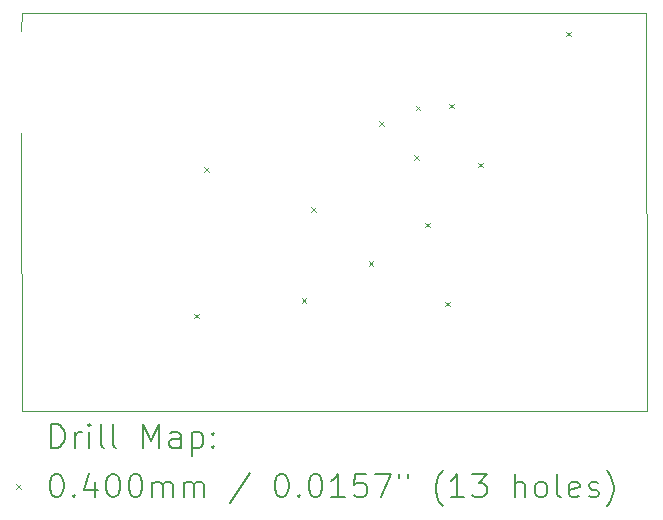
<source format=gbr>
%TF.GenerationSoftware,KiCad,Pcbnew,(6.0.7)*%
%TF.CreationDate,2022-11-19T01:08:10-05:00*%
%TF.ProjectId,picopilotv1,7069636f-7069-46c6-9f74-76312e6b6963,rev?*%
%TF.SameCoordinates,Original*%
%TF.FileFunction,Drillmap*%
%TF.FilePolarity,Positive*%
%FSLAX45Y45*%
G04 Gerber Fmt 4.5, Leading zero omitted, Abs format (unit mm)*
G04 Created by KiCad (PCBNEW (6.0.7)) date 2022-11-19 01:08:10*
%MOMM*%
%LPD*%
G01*
G04 APERTURE LIST*
%ADD10C,0.100000*%
%ADD11C,0.200000*%
%ADD12C,0.040000*%
G04 APERTURE END LIST*
D10*
X8585200Y-8178800D02*
X13868400Y-8178800D01*
X13878560Y-11544300D02*
X13868400Y-8178800D01*
X8585200Y-11544300D02*
X13878560Y-11544300D01*
X8585200Y-8178800D02*
X8583700Y-8333000D01*
X8583700Y-9193000D02*
X8585200Y-11544300D01*
D11*
D12*
X10044199Y-10724668D02*
X10084199Y-10764668D01*
X10084199Y-10724668D02*
X10044199Y-10764668D01*
X10129840Y-9484680D02*
X10169840Y-9524680D01*
X10169840Y-9484680D02*
X10129840Y-9524680D01*
X10957880Y-10592120D02*
X10997880Y-10632120D01*
X10997880Y-10592120D02*
X10957880Y-10632120D01*
X11039160Y-9819960D02*
X11079160Y-9859960D01*
X11079160Y-9819960D02*
X11039160Y-9859960D01*
X11524300Y-10279700D02*
X11564300Y-10319700D01*
X11564300Y-10279700D02*
X11524300Y-10319700D01*
X11613200Y-9093520D02*
X11653200Y-9133520D01*
X11653200Y-9093520D02*
X11613200Y-9133520D01*
X11911088Y-9381924D02*
X11951088Y-9421924D01*
X11951088Y-9381924D02*
X11911088Y-9421924D01*
X11923080Y-8961440D02*
X11963080Y-9001440D01*
X11963080Y-8961440D02*
X11923080Y-9001440D01*
X12004360Y-9952040D02*
X12044360Y-9992040D01*
X12044360Y-9952040D02*
X12004360Y-9992040D01*
X12172000Y-10622600D02*
X12212000Y-10662600D01*
X12212000Y-10622600D02*
X12172000Y-10662600D01*
X12207560Y-8946200D02*
X12247560Y-8986200D01*
X12247560Y-8946200D02*
X12207560Y-8986200D01*
X12452738Y-9445378D02*
X12492738Y-9485378D01*
X12492738Y-9445378D02*
X12452738Y-9485378D01*
X13198160Y-8336600D02*
X13238160Y-8376600D01*
X13238160Y-8336600D02*
X13198160Y-8376600D01*
D11*
X8836319Y-11859776D02*
X8836319Y-11659776D01*
X8883938Y-11659776D01*
X8912510Y-11669300D01*
X8931557Y-11688348D01*
X8941081Y-11707395D01*
X8950605Y-11745490D01*
X8950605Y-11774062D01*
X8941081Y-11812157D01*
X8931557Y-11831205D01*
X8912510Y-11850252D01*
X8883938Y-11859776D01*
X8836319Y-11859776D01*
X9036319Y-11859776D02*
X9036319Y-11726443D01*
X9036319Y-11764538D02*
X9045843Y-11745490D01*
X9055367Y-11735967D01*
X9074414Y-11726443D01*
X9093462Y-11726443D01*
X9160129Y-11859776D02*
X9160129Y-11726443D01*
X9160129Y-11659776D02*
X9150605Y-11669300D01*
X9160129Y-11678824D01*
X9169652Y-11669300D01*
X9160129Y-11659776D01*
X9160129Y-11678824D01*
X9283938Y-11859776D02*
X9264890Y-11850252D01*
X9255367Y-11831205D01*
X9255367Y-11659776D01*
X9388700Y-11859776D02*
X9369652Y-11850252D01*
X9360129Y-11831205D01*
X9360129Y-11659776D01*
X9617271Y-11859776D02*
X9617271Y-11659776D01*
X9683938Y-11802633D01*
X9750605Y-11659776D01*
X9750605Y-11859776D01*
X9931557Y-11859776D02*
X9931557Y-11755014D01*
X9922033Y-11735967D01*
X9902986Y-11726443D01*
X9864890Y-11726443D01*
X9845843Y-11735967D01*
X9931557Y-11850252D02*
X9912510Y-11859776D01*
X9864890Y-11859776D01*
X9845843Y-11850252D01*
X9836319Y-11831205D01*
X9836319Y-11812157D01*
X9845843Y-11793109D01*
X9864890Y-11783586D01*
X9912510Y-11783586D01*
X9931557Y-11774062D01*
X10026795Y-11726443D02*
X10026795Y-11926443D01*
X10026795Y-11735967D02*
X10045843Y-11726443D01*
X10083938Y-11726443D01*
X10102986Y-11735967D01*
X10112510Y-11745490D01*
X10122033Y-11764538D01*
X10122033Y-11821681D01*
X10112510Y-11840728D01*
X10102986Y-11850252D01*
X10083938Y-11859776D01*
X10045843Y-11859776D01*
X10026795Y-11850252D01*
X10207748Y-11840728D02*
X10217271Y-11850252D01*
X10207748Y-11859776D01*
X10198224Y-11850252D01*
X10207748Y-11840728D01*
X10207748Y-11859776D01*
X10207748Y-11735967D02*
X10217271Y-11745490D01*
X10207748Y-11755014D01*
X10198224Y-11745490D01*
X10207748Y-11735967D01*
X10207748Y-11755014D01*
D12*
X8538700Y-12169300D02*
X8578700Y-12209300D01*
X8578700Y-12169300D02*
X8538700Y-12209300D01*
D11*
X8874414Y-12079776D02*
X8893462Y-12079776D01*
X8912510Y-12089300D01*
X8922033Y-12098824D01*
X8931557Y-12117871D01*
X8941081Y-12155967D01*
X8941081Y-12203586D01*
X8931557Y-12241681D01*
X8922033Y-12260728D01*
X8912510Y-12270252D01*
X8893462Y-12279776D01*
X8874414Y-12279776D01*
X8855367Y-12270252D01*
X8845843Y-12260728D01*
X8836319Y-12241681D01*
X8826795Y-12203586D01*
X8826795Y-12155967D01*
X8836319Y-12117871D01*
X8845843Y-12098824D01*
X8855367Y-12089300D01*
X8874414Y-12079776D01*
X9026795Y-12260728D02*
X9036319Y-12270252D01*
X9026795Y-12279776D01*
X9017271Y-12270252D01*
X9026795Y-12260728D01*
X9026795Y-12279776D01*
X9207748Y-12146443D02*
X9207748Y-12279776D01*
X9160129Y-12070252D02*
X9112510Y-12213109D01*
X9236319Y-12213109D01*
X9350605Y-12079776D02*
X9369652Y-12079776D01*
X9388700Y-12089300D01*
X9398224Y-12098824D01*
X9407748Y-12117871D01*
X9417271Y-12155967D01*
X9417271Y-12203586D01*
X9407748Y-12241681D01*
X9398224Y-12260728D01*
X9388700Y-12270252D01*
X9369652Y-12279776D01*
X9350605Y-12279776D01*
X9331557Y-12270252D01*
X9322033Y-12260728D01*
X9312510Y-12241681D01*
X9302986Y-12203586D01*
X9302986Y-12155967D01*
X9312510Y-12117871D01*
X9322033Y-12098824D01*
X9331557Y-12089300D01*
X9350605Y-12079776D01*
X9541081Y-12079776D02*
X9560129Y-12079776D01*
X9579176Y-12089300D01*
X9588700Y-12098824D01*
X9598224Y-12117871D01*
X9607748Y-12155967D01*
X9607748Y-12203586D01*
X9598224Y-12241681D01*
X9588700Y-12260728D01*
X9579176Y-12270252D01*
X9560129Y-12279776D01*
X9541081Y-12279776D01*
X9522033Y-12270252D01*
X9512510Y-12260728D01*
X9502986Y-12241681D01*
X9493462Y-12203586D01*
X9493462Y-12155967D01*
X9502986Y-12117871D01*
X9512510Y-12098824D01*
X9522033Y-12089300D01*
X9541081Y-12079776D01*
X9693462Y-12279776D02*
X9693462Y-12146443D01*
X9693462Y-12165490D02*
X9702986Y-12155967D01*
X9722033Y-12146443D01*
X9750605Y-12146443D01*
X9769652Y-12155967D01*
X9779176Y-12175014D01*
X9779176Y-12279776D01*
X9779176Y-12175014D02*
X9788700Y-12155967D01*
X9807748Y-12146443D01*
X9836319Y-12146443D01*
X9855367Y-12155967D01*
X9864890Y-12175014D01*
X9864890Y-12279776D01*
X9960129Y-12279776D02*
X9960129Y-12146443D01*
X9960129Y-12165490D02*
X9969652Y-12155967D01*
X9988700Y-12146443D01*
X10017271Y-12146443D01*
X10036319Y-12155967D01*
X10045843Y-12175014D01*
X10045843Y-12279776D01*
X10045843Y-12175014D02*
X10055367Y-12155967D01*
X10074414Y-12146443D01*
X10102986Y-12146443D01*
X10122033Y-12155967D01*
X10131557Y-12175014D01*
X10131557Y-12279776D01*
X10522033Y-12070252D02*
X10350605Y-12327395D01*
X10779176Y-12079776D02*
X10798224Y-12079776D01*
X10817271Y-12089300D01*
X10826795Y-12098824D01*
X10836319Y-12117871D01*
X10845843Y-12155967D01*
X10845843Y-12203586D01*
X10836319Y-12241681D01*
X10826795Y-12260728D01*
X10817271Y-12270252D01*
X10798224Y-12279776D01*
X10779176Y-12279776D01*
X10760129Y-12270252D01*
X10750605Y-12260728D01*
X10741081Y-12241681D01*
X10731557Y-12203586D01*
X10731557Y-12155967D01*
X10741081Y-12117871D01*
X10750605Y-12098824D01*
X10760129Y-12089300D01*
X10779176Y-12079776D01*
X10931557Y-12260728D02*
X10941081Y-12270252D01*
X10931557Y-12279776D01*
X10922033Y-12270252D01*
X10931557Y-12260728D01*
X10931557Y-12279776D01*
X11064890Y-12079776D02*
X11083938Y-12079776D01*
X11102986Y-12089300D01*
X11112510Y-12098824D01*
X11122033Y-12117871D01*
X11131557Y-12155967D01*
X11131557Y-12203586D01*
X11122033Y-12241681D01*
X11112510Y-12260728D01*
X11102986Y-12270252D01*
X11083938Y-12279776D01*
X11064890Y-12279776D01*
X11045843Y-12270252D01*
X11036319Y-12260728D01*
X11026795Y-12241681D01*
X11017271Y-12203586D01*
X11017271Y-12155967D01*
X11026795Y-12117871D01*
X11036319Y-12098824D01*
X11045843Y-12089300D01*
X11064890Y-12079776D01*
X11322033Y-12279776D02*
X11207748Y-12279776D01*
X11264890Y-12279776D02*
X11264890Y-12079776D01*
X11245843Y-12108348D01*
X11226795Y-12127395D01*
X11207748Y-12136919D01*
X11502986Y-12079776D02*
X11407748Y-12079776D01*
X11398224Y-12175014D01*
X11407748Y-12165490D01*
X11426795Y-12155967D01*
X11474414Y-12155967D01*
X11493462Y-12165490D01*
X11502986Y-12175014D01*
X11512509Y-12194062D01*
X11512509Y-12241681D01*
X11502986Y-12260728D01*
X11493462Y-12270252D01*
X11474414Y-12279776D01*
X11426795Y-12279776D01*
X11407748Y-12270252D01*
X11398224Y-12260728D01*
X11579176Y-12079776D02*
X11712509Y-12079776D01*
X11626795Y-12279776D01*
X11779176Y-12079776D02*
X11779176Y-12117871D01*
X11855367Y-12079776D02*
X11855367Y-12117871D01*
X12150605Y-12355967D02*
X12141081Y-12346443D01*
X12122033Y-12317871D01*
X12112509Y-12298824D01*
X12102986Y-12270252D01*
X12093462Y-12222633D01*
X12093462Y-12184538D01*
X12102986Y-12136919D01*
X12112509Y-12108348D01*
X12122033Y-12089300D01*
X12141081Y-12060728D01*
X12150605Y-12051205D01*
X12331557Y-12279776D02*
X12217271Y-12279776D01*
X12274414Y-12279776D02*
X12274414Y-12079776D01*
X12255367Y-12108348D01*
X12236319Y-12127395D01*
X12217271Y-12136919D01*
X12398224Y-12079776D02*
X12522033Y-12079776D01*
X12455367Y-12155967D01*
X12483938Y-12155967D01*
X12502986Y-12165490D01*
X12512509Y-12175014D01*
X12522033Y-12194062D01*
X12522033Y-12241681D01*
X12512509Y-12260728D01*
X12502986Y-12270252D01*
X12483938Y-12279776D01*
X12426795Y-12279776D01*
X12407748Y-12270252D01*
X12398224Y-12260728D01*
X12760128Y-12279776D02*
X12760128Y-12079776D01*
X12845843Y-12279776D02*
X12845843Y-12175014D01*
X12836319Y-12155967D01*
X12817271Y-12146443D01*
X12788700Y-12146443D01*
X12769652Y-12155967D01*
X12760128Y-12165490D01*
X12969652Y-12279776D02*
X12950605Y-12270252D01*
X12941081Y-12260728D01*
X12931557Y-12241681D01*
X12931557Y-12184538D01*
X12941081Y-12165490D01*
X12950605Y-12155967D01*
X12969652Y-12146443D01*
X12998224Y-12146443D01*
X13017271Y-12155967D01*
X13026795Y-12165490D01*
X13036319Y-12184538D01*
X13036319Y-12241681D01*
X13026795Y-12260728D01*
X13017271Y-12270252D01*
X12998224Y-12279776D01*
X12969652Y-12279776D01*
X13150605Y-12279776D02*
X13131557Y-12270252D01*
X13122033Y-12251205D01*
X13122033Y-12079776D01*
X13302986Y-12270252D02*
X13283938Y-12279776D01*
X13245843Y-12279776D01*
X13226795Y-12270252D01*
X13217271Y-12251205D01*
X13217271Y-12175014D01*
X13226795Y-12155967D01*
X13245843Y-12146443D01*
X13283938Y-12146443D01*
X13302986Y-12155967D01*
X13312509Y-12175014D01*
X13312509Y-12194062D01*
X13217271Y-12213109D01*
X13388700Y-12270252D02*
X13407748Y-12279776D01*
X13445843Y-12279776D01*
X13464890Y-12270252D01*
X13474414Y-12251205D01*
X13474414Y-12241681D01*
X13464890Y-12222633D01*
X13445843Y-12213109D01*
X13417271Y-12213109D01*
X13398224Y-12203586D01*
X13388700Y-12184538D01*
X13388700Y-12175014D01*
X13398224Y-12155967D01*
X13417271Y-12146443D01*
X13445843Y-12146443D01*
X13464890Y-12155967D01*
X13541081Y-12355967D02*
X13550605Y-12346443D01*
X13569652Y-12317871D01*
X13579176Y-12298824D01*
X13588700Y-12270252D01*
X13598224Y-12222633D01*
X13598224Y-12184538D01*
X13588700Y-12136919D01*
X13579176Y-12108348D01*
X13569652Y-12089300D01*
X13550605Y-12060728D01*
X13541081Y-12051205D01*
M02*

</source>
